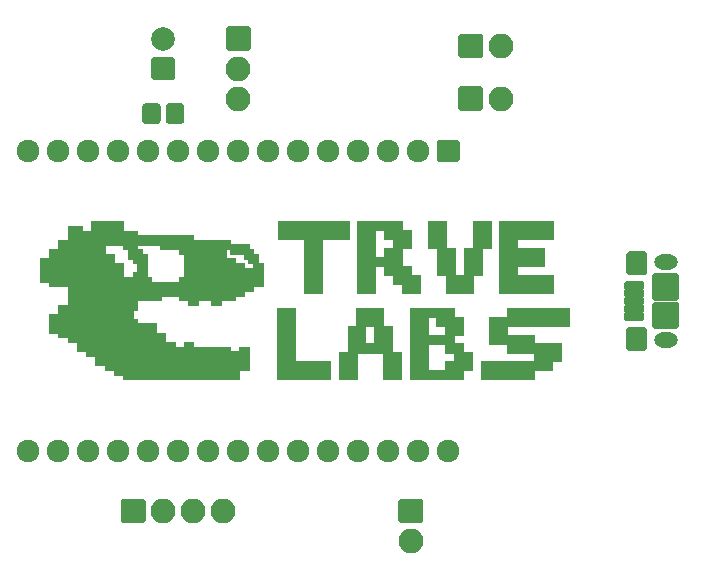
<source format=gbr>
%TF.GenerationSoftware,KiCad,Pcbnew,5.1.10*%
%TF.CreationDate,2021-10-27T21:34:53+02:00*%
%TF.ProjectId,JeanCloud_pcb_regular,4a65616e-436c-46f7-9564-5f7063625f72,rev?*%
%TF.SameCoordinates,Original*%
%TF.FileFunction,Soldermask,Top*%
%TF.FilePolarity,Negative*%
%FSLAX46Y46*%
G04 Gerber Fmt 4.6, Leading zero omitted, Abs format (unit mm)*
G04 Created by KiCad (PCBNEW 5.1.10) date 2021-10-27 21:34:53*
%MOMM*%
%LPD*%
G01*
G04 APERTURE LIST*
%ADD10C,0.010000*%
%ADD11O,2.000000X1.300000*%
%ADD12O,2.100000X2.100000*%
%ADD13C,1.924000*%
%ADD14C,2.000000*%
G04 APERTURE END LIST*
D10*
%TO.C,G\u002A\u002A\u002A*%
G36*
X91418834Y-46206834D02*
G01*
X88413167Y-46206834D01*
X88413167Y-46926500D01*
X90656834Y-46926500D01*
X90656834Y-48450500D01*
X88413167Y-48450500D01*
X88413167Y-49191334D01*
X91418834Y-49191334D01*
X91418834Y-50715334D01*
X86889167Y-50715334D01*
X86889167Y-44682834D01*
X91418834Y-44682834D01*
X91418834Y-46206834D01*
G37*
X91418834Y-46206834D02*
X88413167Y-46206834D01*
X88413167Y-46926500D01*
X90656834Y-46926500D01*
X90656834Y-48450500D01*
X88413167Y-48450500D01*
X88413167Y-49191334D01*
X91418834Y-49191334D01*
X91418834Y-50715334D01*
X86889167Y-50715334D01*
X86889167Y-44682834D01*
X91418834Y-44682834D01*
X91418834Y-46206834D01*
G36*
X82401834Y-46926500D02*
G01*
X83142667Y-46926500D01*
X83142667Y-49191334D01*
X83883500Y-49191334D01*
X83883500Y-46926500D01*
X84624334Y-46926500D01*
X84624334Y-44682834D01*
X86148334Y-44682834D01*
X86148334Y-46947667D01*
X85407500Y-46947667D01*
X85407500Y-49212500D01*
X84645500Y-49212500D01*
X84645500Y-50715334D01*
X82380667Y-50715334D01*
X82380667Y-49212500D01*
X81618667Y-49212500D01*
X81618667Y-46947667D01*
X80877834Y-46947667D01*
X80877834Y-44682834D01*
X82401834Y-44682834D01*
X82401834Y-46926500D01*
G37*
X82401834Y-46926500D02*
X83142667Y-46926500D01*
X83142667Y-49191334D01*
X83883500Y-49191334D01*
X83883500Y-46926500D01*
X84624334Y-46926500D01*
X84624334Y-44682834D01*
X86148334Y-44682834D01*
X86148334Y-46947667D01*
X85407500Y-46947667D01*
X85407500Y-49212500D01*
X84645500Y-49212500D01*
X84645500Y-50715334D01*
X82380667Y-50715334D01*
X82380667Y-49212500D01*
X81618667Y-49212500D01*
X81618667Y-46947667D01*
X80877834Y-46947667D01*
X80877834Y-44682834D01*
X82401834Y-44682834D01*
X82401834Y-46926500D01*
G36*
X78655334Y-45423667D02*
G01*
X79396167Y-45423667D01*
X79396167Y-46947667D01*
X78655334Y-46947667D01*
X78655334Y-48429334D01*
X79396167Y-48429334D01*
X79396167Y-49191334D01*
X80158167Y-49191334D01*
X80158167Y-50715334D01*
X78634167Y-50715334D01*
X78634167Y-49953334D01*
X77872167Y-49953334D01*
X77872167Y-49212500D01*
X77131334Y-49212500D01*
X77131334Y-48450500D01*
X76390500Y-48450500D01*
X76390500Y-50715334D01*
X74866500Y-50715334D01*
X74866500Y-45444834D01*
X76390500Y-45444834D01*
X76390500Y-47688500D01*
X77131334Y-47688500D01*
X77131334Y-46926500D01*
X77872167Y-46926500D01*
X77872167Y-46206834D01*
X77131334Y-46206834D01*
X77131334Y-45444834D01*
X76390500Y-45444834D01*
X74866500Y-45444834D01*
X74866500Y-44682834D01*
X78655334Y-44682834D01*
X78655334Y-45423667D01*
G37*
X78655334Y-45423667D02*
X79396167Y-45423667D01*
X79396167Y-46947667D01*
X78655334Y-46947667D01*
X78655334Y-48429334D01*
X79396167Y-48429334D01*
X79396167Y-49191334D01*
X80158167Y-49191334D01*
X80158167Y-50715334D01*
X78634167Y-50715334D01*
X78634167Y-49953334D01*
X77872167Y-49953334D01*
X77872167Y-49212500D01*
X77131334Y-49212500D01*
X77131334Y-48450500D01*
X76390500Y-48450500D01*
X76390500Y-50715334D01*
X74866500Y-50715334D01*
X74866500Y-45444834D01*
X76390500Y-45444834D01*
X76390500Y-47688500D01*
X77131334Y-47688500D01*
X77131334Y-46926500D01*
X77872167Y-46926500D01*
X77872167Y-46206834D01*
X77131334Y-46206834D01*
X77131334Y-45444834D01*
X76390500Y-45444834D01*
X74866500Y-45444834D01*
X74866500Y-44682834D01*
X78655334Y-44682834D01*
X78655334Y-45423667D01*
G36*
X74146834Y-46206834D02*
G01*
X71882000Y-46206834D01*
X71882000Y-50715334D01*
X70358000Y-50715334D01*
X70358000Y-46206834D01*
X68114334Y-46206834D01*
X68114334Y-44682834D01*
X74146834Y-44682834D01*
X74146834Y-46206834D01*
G37*
X74146834Y-46206834D02*
X71882000Y-46206834D01*
X71882000Y-50715334D01*
X70358000Y-50715334D01*
X70358000Y-46206834D01*
X68114334Y-46206834D01*
X68114334Y-44682834D01*
X74146834Y-44682834D01*
X74146834Y-46206834D01*
G36*
X92815834Y-53530500D02*
G01*
X87566500Y-53530500D01*
X87566500Y-54271334D01*
X89810167Y-54271334D01*
X89810167Y-55012167D01*
X92075000Y-55012167D01*
X92075000Y-56536167D01*
X91313000Y-56536167D01*
X91313000Y-57298167D01*
X89810167Y-57298167D01*
X89810167Y-58039000D01*
X85301667Y-58039000D01*
X85301667Y-56515000D01*
X89789000Y-56515000D01*
X89789000Y-55795334D01*
X87545334Y-55795334D01*
X87545334Y-55033334D01*
X86042500Y-55033334D01*
X86042500Y-52768500D01*
X87545334Y-52768500D01*
X87545334Y-52006500D01*
X92815834Y-52006500D01*
X92815834Y-53530500D01*
G37*
X92815834Y-53530500D02*
X87566500Y-53530500D01*
X87566500Y-54271334D01*
X89810167Y-54271334D01*
X89810167Y-55012167D01*
X92075000Y-55012167D01*
X92075000Y-56536167D01*
X91313000Y-56536167D01*
X91313000Y-57298167D01*
X89810167Y-57298167D01*
X89810167Y-58039000D01*
X85301667Y-58039000D01*
X85301667Y-56515000D01*
X89789000Y-56515000D01*
X89789000Y-55795334D01*
X87545334Y-55795334D01*
X87545334Y-55033334D01*
X86042500Y-55033334D01*
X86042500Y-52768500D01*
X87545334Y-52768500D01*
X87545334Y-52006500D01*
X92815834Y-52006500D01*
X92815834Y-53530500D01*
G36*
X83058000Y-52768500D02*
G01*
X83820000Y-52768500D01*
X83820000Y-54292500D01*
X83058000Y-54292500D01*
X83058000Y-55012167D01*
X83820000Y-55012167D01*
X83820000Y-55774167D01*
X84560834Y-55774167D01*
X84560834Y-57298167D01*
X83820000Y-57298167D01*
X83820000Y-58039000D01*
X79290334Y-58039000D01*
X79290334Y-55033334D01*
X80814334Y-55033334D01*
X80814334Y-57277000D01*
X82296000Y-57277000D01*
X82296000Y-56515000D01*
X83036834Y-56515000D01*
X83036834Y-55795334D01*
X82296000Y-55795334D01*
X82296000Y-55033334D01*
X80814334Y-55033334D01*
X79290334Y-55033334D01*
X79290334Y-52789667D01*
X80814334Y-52789667D01*
X80814334Y-54271334D01*
X82296000Y-54271334D01*
X82296000Y-53530500D01*
X81534000Y-53530500D01*
X81534000Y-52789667D01*
X80814334Y-52789667D01*
X79290334Y-52789667D01*
X79290334Y-52006500D01*
X83058000Y-52006500D01*
X83058000Y-52768500D01*
G37*
X83058000Y-52768500D02*
X83820000Y-52768500D01*
X83820000Y-54292500D01*
X83058000Y-54292500D01*
X83058000Y-55012167D01*
X83820000Y-55012167D01*
X83820000Y-55774167D01*
X84560834Y-55774167D01*
X84560834Y-57298167D01*
X83820000Y-57298167D01*
X83820000Y-58039000D01*
X79290334Y-58039000D01*
X79290334Y-55033334D01*
X80814334Y-55033334D01*
X80814334Y-57277000D01*
X82296000Y-57277000D01*
X82296000Y-56515000D01*
X83036834Y-56515000D01*
X83036834Y-55795334D01*
X82296000Y-55795334D01*
X82296000Y-55033334D01*
X80814334Y-55033334D01*
X79290334Y-55033334D01*
X79290334Y-52789667D01*
X80814334Y-52789667D01*
X80814334Y-54271334D01*
X82296000Y-54271334D01*
X82296000Y-53530500D01*
X81534000Y-53530500D01*
X81534000Y-52789667D01*
X80814334Y-52789667D01*
X79290334Y-52789667D01*
X79290334Y-52006500D01*
X83058000Y-52006500D01*
X83058000Y-52768500D01*
G36*
X77046667Y-53509334D02*
G01*
X77808667Y-53509334D01*
X77808667Y-55774167D01*
X78549500Y-55774167D01*
X78549500Y-58039000D01*
X77025500Y-58039000D01*
X77025500Y-55795334D01*
X74803000Y-55795334D01*
X74803000Y-58039000D01*
X73279000Y-58039000D01*
X73279000Y-55774167D01*
X74041000Y-55774167D01*
X74041000Y-53530500D01*
X75543834Y-53530500D01*
X75543834Y-55012167D01*
X76284667Y-55012167D01*
X76284667Y-53530500D01*
X75543834Y-53530500D01*
X74041000Y-53530500D01*
X74041000Y-53509334D01*
X74781834Y-53509334D01*
X74781834Y-52006500D01*
X77046667Y-52006500D01*
X77046667Y-53509334D01*
G37*
X77046667Y-53509334D02*
X77808667Y-53509334D01*
X77808667Y-55774167D01*
X78549500Y-55774167D01*
X78549500Y-58039000D01*
X77025500Y-58039000D01*
X77025500Y-55795334D01*
X74803000Y-55795334D01*
X74803000Y-58039000D01*
X73279000Y-58039000D01*
X73279000Y-55774167D01*
X74041000Y-55774167D01*
X74041000Y-53530500D01*
X75543834Y-53530500D01*
X75543834Y-55012167D01*
X76284667Y-55012167D01*
X76284667Y-53530500D01*
X75543834Y-53530500D01*
X74041000Y-53530500D01*
X74041000Y-53509334D01*
X74781834Y-53509334D01*
X74781834Y-52006500D01*
X77046667Y-52006500D01*
X77046667Y-53509334D01*
G36*
X69553667Y-56515000D02*
G01*
X72559334Y-56515000D01*
X72559334Y-58039000D01*
X68029667Y-58039000D01*
X68029667Y-52006500D01*
X69553667Y-52006500D01*
X69553667Y-56515000D01*
G37*
X69553667Y-56515000D02*
X72559334Y-56515000D01*
X72559334Y-58039000D01*
X68029667Y-58039000D01*
X68029667Y-52006500D01*
X69553667Y-52006500D01*
X69553667Y-56515000D01*
G36*
X55054500Y-45466000D02*
G01*
X56239834Y-45466000D01*
X56239834Y-45847000D01*
X60960000Y-45847000D01*
X60960000Y-46249167D01*
X64092667Y-46249167D01*
X64092667Y-46630167D01*
X65659000Y-46630167D01*
X65659000Y-47032334D01*
X66061167Y-47032334D01*
X66061167Y-47434500D01*
X66463334Y-47434500D01*
X66463334Y-48217667D01*
X66844334Y-48217667D01*
X66844334Y-50186167D01*
X66061167Y-50186167D01*
X66061167Y-50588334D01*
X65278000Y-50588334D01*
X65278000Y-50990500D01*
X64494834Y-50990500D01*
X64494834Y-51371500D01*
X63309500Y-51371500D01*
X63309500Y-51773667D01*
X62505167Y-51773667D01*
X62505167Y-51371500D01*
X61341000Y-51371500D01*
X61341000Y-51773667D01*
X60536667Y-51773667D01*
X60536667Y-51371500D01*
X59753500Y-51371500D01*
X59753500Y-50990500D01*
X58208334Y-50990500D01*
X58208334Y-51371500D01*
X56239834Y-51371500D01*
X56239834Y-52154667D01*
X55858834Y-52154667D01*
X55858834Y-52916667D01*
X56239834Y-52916667D01*
X56239834Y-53318834D01*
X57806167Y-53318834D01*
X57806167Y-54102000D01*
X58589334Y-54102000D01*
X58589334Y-54885167D01*
X59393667Y-54885167D01*
X59393667Y-55287334D01*
X60155667Y-55287334D01*
X60155667Y-54885167D01*
X60960000Y-54885167D01*
X60960000Y-55287334D01*
X64092667Y-55287334D01*
X64092667Y-55668334D01*
X64854667Y-55668334D01*
X64854667Y-55287334D01*
X65659000Y-55287334D01*
X65659000Y-57255834D01*
X64875834Y-57255834D01*
X64875834Y-58039000D01*
X55054500Y-58039000D01*
X55054500Y-57658000D01*
X54250167Y-57658000D01*
X54250167Y-57255834D01*
X53467000Y-57255834D01*
X53467000Y-56874834D01*
X52683834Y-56874834D01*
X52683834Y-56091667D01*
X51900667Y-56091667D01*
X51900667Y-55689500D01*
X51117500Y-55689500D01*
X51117500Y-54906334D01*
X50334334Y-54906334D01*
X50334334Y-54504167D01*
X49551167Y-54504167D01*
X49551167Y-54123167D01*
X48768000Y-54123167D01*
X48768000Y-52535667D01*
X49551167Y-52535667D01*
X49551167Y-51752500D01*
X50334334Y-51752500D01*
X50334334Y-50186167D01*
X48768000Y-50186167D01*
X48768000Y-49805167D01*
X47984834Y-49805167D01*
X47984834Y-47815500D01*
X48768000Y-47815500D01*
X48768000Y-47032334D01*
X49551167Y-47032334D01*
X49551167Y-46651334D01*
X53488167Y-46651334D01*
X53488167Y-47434500D01*
X54271334Y-47434500D01*
X54271334Y-48217667D01*
X55054500Y-48217667D01*
X55054500Y-49381834D01*
X55837667Y-49381834D01*
X55837667Y-49000834D01*
X56218667Y-49000834D01*
X56218667Y-48238834D01*
X55837667Y-48238834D01*
X55837667Y-47836667D01*
X55435500Y-47836667D01*
X55435500Y-47053500D01*
X55054500Y-47053500D01*
X55054500Y-46651334D01*
X56239834Y-46651334D01*
X56239834Y-47032334D01*
X56642000Y-47032334D01*
X56642000Y-47434500D01*
X57023000Y-47434500D01*
X57023000Y-49381834D01*
X57425167Y-49381834D01*
X57425167Y-49784000D01*
X59753500Y-49784000D01*
X59753500Y-49381834D01*
X60155667Y-49381834D01*
X60155667Y-47455667D01*
X59753500Y-47455667D01*
X59753500Y-47053500D01*
X63711667Y-47053500D01*
X63711667Y-47815500D01*
X64494834Y-47815500D01*
X64494834Y-48217667D01*
X65278000Y-48217667D01*
X65278000Y-48598667D01*
X66040000Y-48598667D01*
X66040000Y-48238834D01*
X65637834Y-48238834D01*
X65637834Y-47836667D01*
X65256834Y-47836667D01*
X65256834Y-47455667D01*
X64071500Y-47455667D01*
X64071500Y-47053500D01*
X63711667Y-47053500D01*
X59753500Y-47053500D01*
X58187167Y-47053500D01*
X58187167Y-46651334D01*
X56239834Y-46651334D01*
X55054500Y-46651334D01*
X53488167Y-46651334D01*
X49551167Y-46651334D01*
X49551167Y-46249167D01*
X50334334Y-46249167D01*
X50334334Y-45063834D01*
X51540834Y-45063834D01*
X51540834Y-45466000D01*
X52302834Y-45466000D01*
X52302834Y-44682834D01*
X55054500Y-44682834D01*
X55054500Y-45466000D01*
G37*
X55054500Y-45466000D02*
X56239834Y-45466000D01*
X56239834Y-45847000D01*
X60960000Y-45847000D01*
X60960000Y-46249167D01*
X64092667Y-46249167D01*
X64092667Y-46630167D01*
X65659000Y-46630167D01*
X65659000Y-47032334D01*
X66061167Y-47032334D01*
X66061167Y-47434500D01*
X66463334Y-47434500D01*
X66463334Y-48217667D01*
X66844334Y-48217667D01*
X66844334Y-50186167D01*
X66061167Y-50186167D01*
X66061167Y-50588334D01*
X65278000Y-50588334D01*
X65278000Y-50990500D01*
X64494834Y-50990500D01*
X64494834Y-51371500D01*
X63309500Y-51371500D01*
X63309500Y-51773667D01*
X62505167Y-51773667D01*
X62505167Y-51371500D01*
X61341000Y-51371500D01*
X61341000Y-51773667D01*
X60536667Y-51773667D01*
X60536667Y-51371500D01*
X59753500Y-51371500D01*
X59753500Y-50990500D01*
X58208334Y-50990500D01*
X58208334Y-51371500D01*
X56239834Y-51371500D01*
X56239834Y-52154667D01*
X55858834Y-52154667D01*
X55858834Y-52916667D01*
X56239834Y-52916667D01*
X56239834Y-53318834D01*
X57806167Y-53318834D01*
X57806167Y-54102000D01*
X58589334Y-54102000D01*
X58589334Y-54885167D01*
X59393667Y-54885167D01*
X59393667Y-55287334D01*
X60155667Y-55287334D01*
X60155667Y-54885167D01*
X60960000Y-54885167D01*
X60960000Y-55287334D01*
X64092667Y-55287334D01*
X64092667Y-55668334D01*
X64854667Y-55668334D01*
X64854667Y-55287334D01*
X65659000Y-55287334D01*
X65659000Y-57255834D01*
X64875834Y-57255834D01*
X64875834Y-58039000D01*
X55054500Y-58039000D01*
X55054500Y-57658000D01*
X54250167Y-57658000D01*
X54250167Y-57255834D01*
X53467000Y-57255834D01*
X53467000Y-56874834D01*
X52683834Y-56874834D01*
X52683834Y-56091667D01*
X51900667Y-56091667D01*
X51900667Y-55689500D01*
X51117500Y-55689500D01*
X51117500Y-54906334D01*
X50334334Y-54906334D01*
X50334334Y-54504167D01*
X49551167Y-54504167D01*
X49551167Y-54123167D01*
X48768000Y-54123167D01*
X48768000Y-52535667D01*
X49551167Y-52535667D01*
X49551167Y-51752500D01*
X50334334Y-51752500D01*
X50334334Y-50186167D01*
X48768000Y-50186167D01*
X48768000Y-49805167D01*
X47984834Y-49805167D01*
X47984834Y-47815500D01*
X48768000Y-47815500D01*
X48768000Y-47032334D01*
X49551167Y-47032334D01*
X49551167Y-46651334D01*
X53488167Y-46651334D01*
X53488167Y-47434500D01*
X54271334Y-47434500D01*
X54271334Y-48217667D01*
X55054500Y-48217667D01*
X55054500Y-49381834D01*
X55837667Y-49381834D01*
X55837667Y-49000834D01*
X56218667Y-49000834D01*
X56218667Y-48238834D01*
X55837667Y-48238834D01*
X55837667Y-47836667D01*
X55435500Y-47836667D01*
X55435500Y-47053500D01*
X55054500Y-47053500D01*
X55054500Y-46651334D01*
X56239834Y-46651334D01*
X56239834Y-47032334D01*
X56642000Y-47032334D01*
X56642000Y-47434500D01*
X57023000Y-47434500D01*
X57023000Y-49381834D01*
X57425167Y-49381834D01*
X57425167Y-49784000D01*
X59753500Y-49784000D01*
X59753500Y-49381834D01*
X60155667Y-49381834D01*
X60155667Y-47455667D01*
X59753500Y-47455667D01*
X59753500Y-47053500D01*
X63711667Y-47053500D01*
X63711667Y-47815500D01*
X64494834Y-47815500D01*
X64494834Y-48217667D01*
X65278000Y-48217667D01*
X65278000Y-48598667D01*
X66040000Y-48598667D01*
X66040000Y-48238834D01*
X65637834Y-48238834D01*
X65637834Y-47836667D01*
X65256834Y-47836667D01*
X65256834Y-47455667D01*
X64071500Y-47455667D01*
X64071500Y-47053500D01*
X63711667Y-47053500D01*
X59753500Y-47053500D01*
X58187167Y-47053500D01*
X58187167Y-46651334D01*
X56239834Y-46651334D01*
X55054500Y-46651334D01*
X53488167Y-46651334D01*
X49551167Y-46651334D01*
X49551167Y-46249167D01*
X50334334Y-46249167D01*
X50334334Y-45063834D01*
X51540834Y-45063834D01*
X51540834Y-45466000D01*
X52302834Y-45466000D01*
X52302834Y-44682834D01*
X55054500Y-44682834D01*
X55054500Y-45466000D01*
%TD*%
%TO.C,J1*%
G36*
G01*
X98965000Y-51835000D02*
X97615000Y-51835000D01*
G75*
G02*
X97415000Y-51635000I0J200000D01*
G01*
X97415000Y-51235000D01*
G75*
G02*
X97615000Y-51035000I200000J0D01*
G01*
X98965000Y-51035000D01*
G75*
G02*
X99165000Y-51235000I0J-200000D01*
G01*
X99165000Y-51635000D01*
G75*
G02*
X98965000Y-51835000I-200000J0D01*
G01*
G37*
G36*
G01*
X98965000Y-51185000D02*
X97615000Y-51185000D01*
G75*
G02*
X97415000Y-50985000I0J200000D01*
G01*
X97415000Y-50585000D01*
G75*
G02*
X97615000Y-50385000I200000J0D01*
G01*
X98965000Y-50385000D01*
G75*
G02*
X99165000Y-50585000I0J-200000D01*
G01*
X99165000Y-50985000D01*
G75*
G02*
X98965000Y-51185000I-200000J0D01*
G01*
G37*
G36*
G01*
X98965000Y-50535000D02*
X97615000Y-50535000D01*
G75*
G02*
X97415000Y-50335000I0J200000D01*
G01*
X97415000Y-49935000D01*
G75*
G02*
X97615000Y-49735000I200000J0D01*
G01*
X98965000Y-49735000D01*
G75*
G02*
X99165000Y-49935000I0J-200000D01*
G01*
X99165000Y-50335000D01*
G75*
G02*
X98965000Y-50535000I-200000J0D01*
G01*
G37*
G36*
G01*
X98965000Y-52485000D02*
X97615000Y-52485000D01*
G75*
G02*
X97415000Y-52285000I0J200000D01*
G01*
X97415000Y-51885000D01*
G75*
G02*
X97615000Y-51685000I200000J0D01*
G01*
X98965000Y-51685000D01*
G75*
G02*
X99165000Y-51885000I0J-200000D01*
G01*
X99165000Y-52285000D01*
G75*
G02*
X98965000Y-52485000I-200000J0D01*
G01*
G37*
G36*
G01*
X98965000Y-53135000D02*
X97615000Y-53135000D01*
G75*
G02*
X97415000Y-52935000I0J200000D01*
G01*
X97415000Y-52535000D01*
G75*
G02*
X97615000Y-52335000I200000J0D01*
G01*
X98965000Y-52335000D01*
G75*
G02*
X99165000Y-52535000I0J-200000D01*
G01*
X99165000Y-52935000D01*
G75*
G02*
X98965000Y-53135000I-200000J0D01*
G01*
G37*
D11*
X100965000Y-48135000D03*
X100965000Y-54735000D03*
G36*
G01*
X99215000Y-55635000D02*
X97815000Y-55635000D01*
G75*
G02*
X97615000Y-55435000I0J200000D01*
G01*
X97615000Y-53835000D01*
G75*
G02*
X97815000Y-53635000I200000J0D01*
G01*
X99215000Y-53635000D01*
G75*
G02*
X99415000Y-53835000I0J-200000D01*
G01*
X99415000Y-55435000D01*
G75*
G02*
X99215000Y-55635000I-200000J0D01*
G01*
G37*
G36*
G01*
X99215000Y-49235000D02*
X97815000Y-49235000D01*
G75*
G02*
X97615000Y-49035000I0J200000D01*
G01*
X97615000Y-47435000D01*
G75*
G02*
X97815000Y-47235000I200000J0D01*
G01*
X99215000Y-47235000D01*
G75*
G02*
X99415000Y-47435000I0J-200000D01*
G01*
X99415000Y-49035000D01*
G75*
G02*
X99215000Y-49235000I-200000J0D01*
G01*
G37*
G36*
G01*
X101915000Y-53785000D02*
X100015000Y-53785000D01*
G75*
G02*
X99815000Y-53585000I0J200000D01*
G01*
X99815000Y-51685000D01*
G75*
G02*
X100015000Y-51485000I200000J0D01*
G01*
X101915000Y-51485000D01*
G75*
G02*
X102115000Y-51685000I0J-200000D01*
G01*
X102115000Y-53585000D01*
G75*
G02*
X101915000Y-53785000I-200000J0D01*
G01*
G37*
G36*
G01*
X101915000Y-51385000D02*
X100015000Y-51385000D01*
G75*
G02*
X99815000Y-51185000I0J200000D01*
G01*
X99815000Y-49285000D01*
G75*
G02*
X100015000Y-49085000I200000J0D01*
G01*
X101915000Y-49085000D01*
G75*
G02*
X102115000Y-49285000I0J-200000D01*
G01*
X102115000Y-51185000D01*
G75*
G02*
X101915000Y-51385000I-200000J0D01*
G01*
G37*
%TD*%
%TO.C,J2*%
G36*
G01*
X56730000Y-70265000D02*
X55030000Y-70265000D01*
G75*
G02*
X54830000Y-70065000I0J200000D01*
G01*
X54830000Y-68365000D01*
G75*
G02*
X55030000Y-68165000I200000J0D01*
G01*
X56730000Y-68165000D01*
G75*
G02*
X56930000Y-68365000I0J-200000D01*
G01*
X56930000Y-70065000D01*
G75*
G02*
X56730000Y-70265000I-200000J0D01*
G01*
G37*
D12*
X58420000Y-69215000D03*
X60960000Y-69215000D03*
X63500000Y-69215000D03*
%TD*%
%TO.C,J3*%
G36*
G01*
X63720000Y-30060000D02*
X63720000Y-28360000D01*
G75*
G02*
X63920000Y-28160000I200000J0D01*
G01*
X65620000Y-28160000D01*
G75*
G02*
X65820000Y-28360000I0J-200000D01*
G01*
X65820000Y-30060000D01*
G75*
G02*
X65620000Y-30260000I-200000J0D01*
G01*
X63920000Y-30260000D01*
G75*
G02*
X63720000Y-30060000I0J200000D01*
G01*
G37*
X64770000Y-31750000D03*
X64770000Y-34290000D03*
%TD*%
%TO.C,J4*%
G36*
G01*
X78325000Y-70065000D02*
X78325000Y-68365000D01*
G75*
G02*
X78525000Y-68165000I200000J0D01*
G01*
X80225000Y-68165000D01*
G75*
G02*
X80425000Y-68365000I0J-200000D01*
G01*
X80425000Y-70065000D01*
G75*
G02*
X80225000Y-70265000I-200000J0D01*
G01*
X78525000Y-70265000D01*
G75*
G02*
X78325000Y-70065000I0J200000D01*
G01*
G37*
X79375000Y-71755000D03*
%TD*%
%TO.C,J5*%
X86995000Y-29845000D03*
G36*
G01*
X85305000Y-30895000D02*
X83605000Y-30895000D01*
G75*
G02*
X83405000Y-30695000I0J200000D01*
G01*
X83405000Y-28995000D01*
G75*
G02*
X83605000Y-28795000I200000J0D01*
G01*
X85305000Y-28795000D01*
G75*
G02*
X85505000Y-28995000I0J-200000D01*
G01*
X85505000Y-30695000D01*
G75*
G02*
X85305000Y-30895000I-200000J0D01*
G01*
G37*
%TD*%
%TO.C,J6*%
G36*
G01*
X85305000Y-35340000D02*
X83605000Y-35340000D01*
G75*
G02*
X83405000Y-35140000I0J200000D01*
G01*
X83405000Y-33440000D01*
G75*
G02*
X83605000Y-33240000I200000J0D01*
G01*
X85305000Y-33240000D01*
G75*
G02*
X85505000Y-33440000I0J-200000D01*
G01*
X85505000Y-35140000D01*
G75*
G02*
X85305000Y-35340000I-200000J0D01*
G01*
G37*
X86995000Y-34290000D03*
%TD*%
%TO.C,U1*%
G36*
G01*
X81788000Y-37773000D02*
X83312000Y-37773000D01*
G75*
G02*
X83512000Y-37973000I0J-200000D01*
G01*
X83512000Y-39497000D01*
G75*
G02*
X83312000Y-39697000I-200000J0D01*
G01*
X81788000Y-39697000D01*
G75*
G02*
X81588000Y-39497000I0J200000D01*
G01*
X81588000Y-37973000D01*
G75*
G02*
X81788000Y-37773000I200000J0D01*
G01*
G37*
D13*
X80010000Y-38735000D03*
X77470000Y-38735000D03*
X74930000Y-38735000D03*
X72390000Y-38735000D03*
X69850000Y-38735000D03*
X67310000Y-38735000D03*
X64770000Y-38735000D03*
X62230000Y-38735000D03*
X59690000Y-38735000D03*
X57150000Y-38735000D03*
X54610000Y-38735000D03*
X52070000Y-38735000D03*
X49530000Y-38735000D03*
X46990000Y-38735000D03*
X46990000Y-64135000D03*
X49530000Y-64135000D03*
X52070000Y-64135000D03*
X54610000Y-64135000D03*
X57150000Y-64135000D03*
X59690000Y-64135000D03*
X62230000Y-64135000D03*
X64770000Y-64135000D03*
X67310000Y-64135000D03*
X69850000Y-64135000D03*
X72390000Y-64135000D03*
X74930000Y-64135000D03*
X77470000Y-64135000D03*
X80010000Y-64135000D03*
X82550000Y-64135000D03*
%TD*%
%TO.C,C1*%
G36*
G01*
X59220000Y-32750000D02*
X57620000Y-32750000D01*
G75*
G02*
X57420000Y-32550000I0J200000D01*
G01*
X57420000Y-30950000D01*
G75*
G02*
X57620000Y-30750000I200000J0D01*
G01*
X59220000Y-30750000D01*
G75*
G02*
X59420000Y-30950000I0J-200000D01*
G01*
X59420000Y-32550000D01*
G75*
G02*
X59220000Y-32750000I-200000J0D01*
G01*
G37*
D14*
X58420000Y-29250000D03*
%TD*%
%TO.C,R1*%
G36*
G01*
X60220000Y-34993332D02*
X60220000Y-36126668D01*
G75*
G02*
X59886668Y-36460000I-333332J0D01*
G01*
X58953332Y-36460000D01*
G75*
G02*
X58620000Y-36126668I0J333332D01*
G01*
X58620000Y-34993332D01*
G75*
G02*
X58953332Y-34660000I333332J0D01*
G01*
X59886668Y-34660000D01*
G75*
G02*
X60220000Y-34993332I0J-333332D01*
G01*
G37*
G36*
G01*
X58220000Y-34993332D02*
X58220000Y-36126668D01*
G75*
G02*
X57886668Y-36460000I-333332J0D01*
G01*
X56953332Y-36460000D01*
G75*
G02*
X56620000Y-36126668I0J333332D01*
G01*
X56620000Y-34993332D01*
G75*
G02*
X56953332Y-34660000I333332J0D01*
G01*
X57886668Y-34660000D01*
G75*
G02*
X58220000Y-34993332I0J-333332D01*
G01*
G37*
%TD*%
M02*

</source>
